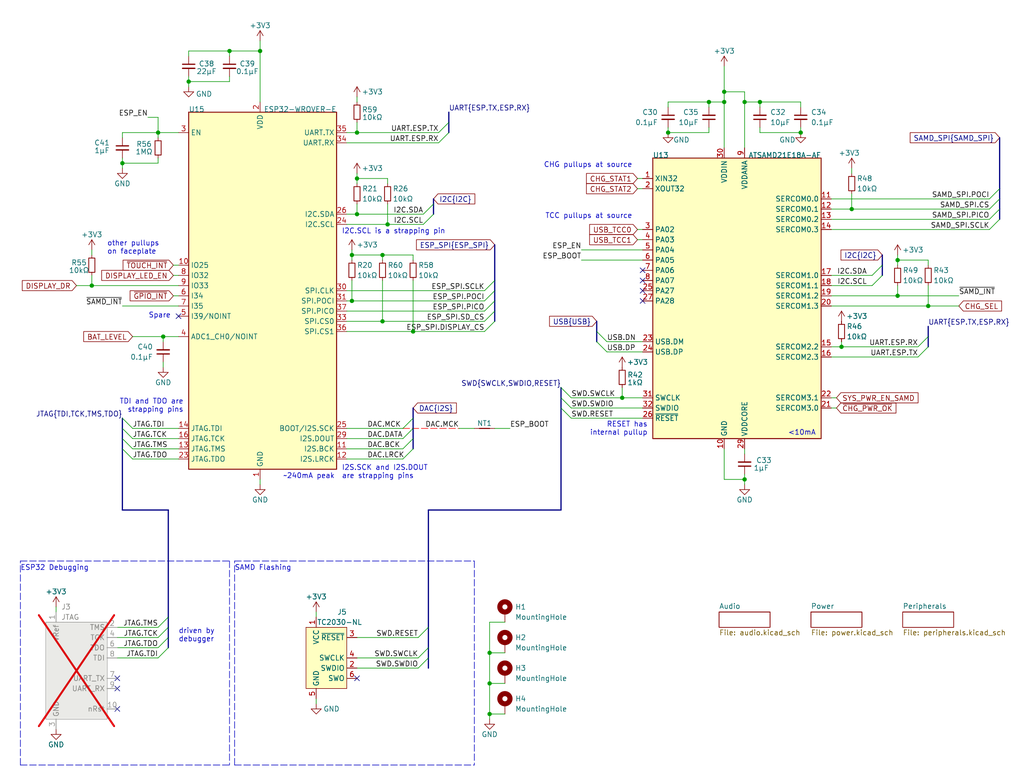
<source format=kicad_sch>
(kicad_sch (version 20230121) (generator eeschema)
  (paper "User" 254.991 194.996)
  (title_block (title "TANGARA") (date "2023-12-21") (rev "4") (company "made by jacqueline") (comment 1 "SPDX-License-Identifier: CERN-OHL-S-2.0"))
  (lib_symbols
    (symbol "Connector:Conn_ARM_SWD_TagConnect_TC2030" (in_bom no)
      (property "Reference" "J" (at 2.54 11.43 0))
      (property "Value" "Conn_ARM_SWD_TagConnect_TC2030" (at 5.08 8.89 0))
      (symbol "Conn_ARM_SWD_TagConnect_TC2030_0_0"
        (pin power_in line (at -2.54 10.16 270) (length 2.54) (name "VCC") (number "1"))
        (pin bidirectional line (at 7.62 -2.54 180) (length 2.54) (name "SWDIO") (number "2"))
        (pin open_collector line (at 7.62 5.08 180) (length 2.54) (name "~{RESET}") (number "3"))
        (pin output line (at 7.62 0 180) (length 2.54) (name "SWCLK") (number "4"))
        (pin power_in line (at -2.54 -10.16 90) (length 2.54) (name "GND") (number "5"))
        (pin input line (at 7.62 -5.08 180) (length 2.54) (name "SWO") (number "6"))
      )
      (symbol "Conn_ARM_SWD_TagConnect_TC2030_0_1"
        (rectangle (start -5.08 7.62) (end 5.08 -7.62) (fill (type background)))
      )
    )
    (symbol "Device:C_Small" (pin_numbers hide) (pin_names (offset 0.254) hide)
      (property "Reference" "C" (at 0.254 1.778 0))
      (property "Value" "C_Small" (at 0.254 -2.032 0))
      (symbol "C_Small_0_1"
        (polyline (pts (xy -1.524 -0.508) (xy 1.524 -0.508)) (stroke (width 0.3302)))
        (polyline (pts (xy -1.524 0.508) (xy 1.524 0.508)) (stroke (width 0.3048)))
      )
      (symbol "C_Small_1_1"
        (pin passive line (at 0 2.54 270) (length 2.032) (name "~") (number "1"))
        (pin passive line (at 0 -2.54 90) (length 2.032) (name "~") (number "2"))
      )
    )
    (symbol "Device:NetTie_2" (pin_numbers hide) (pin_names (offset 0) hide) (in_bom no)
      (property "Reference" "NT" (at 0 1.27 0))
      (property "Value" "NetTie_2" (at 0 -1.27 0))
      (symbol "NetTie_2_0_1"
        (polyline (pts (xy -1.27 0) (xy 1.27 0)) (stroke (width 0.254)))
      )
      (symbol "NetTie_2_1_1"
        (pin passive line (at -2.54 0 0) (length 2.54) (name "1") (number "1"))
        (pin passive line (at 2.54 0 180) (length 2.54) (name "2") (number "2"))
      )
    )
    (symbol "Device:R_Small" (pin_numbers hide) (pin_names (offset 0.254) hide)
      (property "Reference" "R" (at 0.762 0.508 0))
      (property "Value" "R_Small" (at 0.762 -1.016 0))
      (symbol "R_Small_0_1"
        (rectangle (start -0.762 1.778) (end 0.762 -1.778) (stroke (width 0.2032)))
      )
      (symbol "R_Small_1_1"
        (pin passive line (at 0 2.54 270) (length 0.762) (name "~") (number "1"))
        (pin passive line (at 0 -2.54 90) (length 0.762) (name "~") (number "2"))
      )
    )
    (symbol "Mechanical:MountingHole_Pad" (pin_numbers hide) (pin_names (offset 1.016) hide)
      (property "Reference" "H" (at 0 6.35 0))
      (property "Value" "MountingHole_Pad" (at 0 4.445 0))
      (symbol "MountingHole_Pad_0_1"
        (circle (center 0 1.27) (radius 1.27) (stroke (width 1.27)))
      )
      (symbol "MountingHole_Pad_1_1"
        (pin input line (at 0 -2.54 90) (length 2.54) (name "1") (number "1"))
      )
    )
    (symbol "power:+3V3" (power) (pin_names (offset 0))
      (property "Value" "+3V3" (at 0 3.556 0))
      (symbol "+3V3_0_1"
        (polyline (pts (xy -0.762 1.27) (xy 0 2.54)))
        (polyline (pts (xy 0 0) (xy 0 2.54)))
        (polyline (pts (xy 0 2.54) (xy 0.762 1.27)))
      )
      (symbol "+3V3_1_1"
        (pin power_in line (at 0 0 90) (length 0) hide (name "+3V3") (number "1"))
      )
    )
    (symbol "power:GND" (power) (pin_names (offset 0))
      (property "Value" "GND" (at 0 -3.81 0))
      (symbol "GND_0_1"
        (polyline (pts (xy 0 0) (xy 0 -1.27) (xy 1.27 -1.27) (xy 0 -2.54) (xy -1.27 -1.27) (xy 0 -1.27)))
      )
      (symbol "GND_1_1"
        (pin power_in line (at 0 0 270) (length 0) hide (name "GND") (number "1"))
      )
    )
    (symbol "symbols:ATSAMD21E15A-A"
      (property "Reference" "U" (at 0 15.24 0))
      (property "Value" "ATSAMD21E15A-A" (at 0 10.16 0))
      (symbol "ATSAMD21E15A-A_1_1"
        (rectangle (start -20.32 45.72) (end 21.59 -24.13) (stroke (width 0.254)) (fill (type background)))
        (pin bidirectional line (at -22.86 40.64 0) (length 2.54) (name "XIN32") (number "1"))
        (pin power_in line (at -2.54 -26.67 90) (length 2.54) (name "GND") (number "10"))
        (pin bidirectional line (at 24.13 35.56 180) (length 2.54) (name "SERCOM0.0") (number "11"))
        (pin bidirectional line (at 24.13 33.02 180) (length 2.54) (name "SERCOM0.1") (number "12"))
        (pin bidirectional line (at 24.13 30.48 180) (length 2.54) (name "SERCOM0.2") (number "13"))
        (pin bidirectional line (at 24.13 27.94 180) (length 2.54) (name "SERCOM0.3") (number "14"))
        (pin bidirectional line (at 24.13 -1.27 180) (length 2.54) (name "SERCOM2.2") (number "15"))
        (pin bidirectional line (at 24.13 -3.81 180) (length 2.54) (name "SERCOM2.3") (number "16"))
        (pin bidirectional line (at 24.13 16.51 180) (length 2.54) (name "SERCOM1.0") (number "17"))
        (pin bidirectional line (at 24.13 13.97 180) (length 2.54) (name "SERCOM1.1") (number "18"))
        (pin bidirectional line (at 24.13 11.43 180) (length 2.54) (name "SERCOM1.2") (number "19"))
        (pin bidirectional line (at -22.86 38.1 0) (length 2.54) (name "XOUT32") (number "2"))
        (pin bidirectional line (at 24.13 8.89 180) (length 2.54) (name "SERCOM1.3") (number "20"))
        (pin bidirectional line (at 24.13 -16.51 180) (length 2.54) (name "SERCOM3.0") (number "21"))
        (pin bidirectional line (at 24.13 -13.97 180) (length 2.54) (name "SERCOM3.1") (number "22"))
        (pin bidirectional line (at -22.86 0 0) (length 2.54) (name "USB.DM") (number "23"))
        (pin bidirectional line (at -22.86 -2.54 0) (length 2.54) (name "USB.DP") (number "24"))
        (pin bidirectional line (at -22.86 12.7 0) (length 2.54) (name "PA27") (number "25"))
        (pin input line (at -22.86 -19.05 0) (length 2.54) (name "~{RESET}") (number "26"))
        (pin bidirectional line (at -22.86 10.16 0) (length 2.54) (name "PA28") (number "27"))
        (pin power_in line (at -2.54 -26.67 90) (length 2.54) hide (name "GND") (number "28"))
        (pin power_out line (at 2.54 -26.67 90) (length 2.54) (name "VDDCORE") (number "29"))
        (pin bidirectional line (at -22.86 27.94 0) (length 2.54) (name "PA02") (number "3"))
        (pin power_in line (at -2.54 48.26 270) (length 2.54) (name "VDDIN") (number "30"))
        (pin bidirectional line (at -22.86 -13.97 0) (length 2.54) (name "SWCLK") (number "31"))
        (pin bidirectional line (at -22.86 -16.51 0) (length 2.54) (name "SWDIO") (number "32"))
        (pin bidirectional line (at -22.86 25.4 0) (length 2.54) (name "PA03") (number "4"))
        (pin bidirectional line (at -22.86 22.86 0) (length 2.54) (name "PA04") (number "5"))
        (pin bidirectional line (at -22.86 20.32 0) (length 2.54) (name "PA05") (number "6"))
        (pin bidirectional line (at -22.86 17.78 0) (length 2.54) (name "PA06") (number "7"))
        (pin bidirectional line (at -22.86 15.24 0) (length 2.54) (name "PA07") (number "8"))
        (pin power_in line (at 2.54 48.26 270) (length 2.54) (name "VDDANA") (number "9"))
      )
    )
    (symbol "symbols:BMDU"
      (property "Reference" "U" (at -5.08 6.35 0))
      (property "Value" "BMDU" (at -5.08 6.35 0))
      (symbol "BMDU_0_0"
        (pin power_in line (at -5.08 20.32 270) (length 2.54) (name "vRef") (number "1"))
        (pin output line (at 10.16 -3.81 180) (length 2.54) (name "nRst") (number "10"))
        (pin output line (at 10.16 16.51 180) (length 2.54) (name "TMS") (number "2"))
        (pin power_in line (at -5.08 -8.89 90) (length 2.54) (name "GND") (number "3"))
        (pin output line (at 10.16 13.97 180) (length 2.54) (name "TCK") (number "4"))
        (pin power_in line (at -5.08 -8.89 90) (length 2.54) hide (name "GND") (number "5"))
        (pin output line (at 10.16 11.43 180) (length 2.54) (name "TDO") (number "6"))
        (pin output line (at 10.16 3.81 180) (length 2.54) (name "UART_TX") (number "7"))
        (pin input line (at 10.16 8.89 180) (length 2.54) (name "TDI") (number "8"))
        (pin input line (at 10.16 1.27 180) (length 2.54) (name "UART_RX") (number "9"))
      )
      (symbol "BMDU_0_1"
        (rectangle (start -7.62 17.78) (end 7.62 -6.35) (fill (type background)))
      )
    )
    (symbol "symbols:ESP32-WROOM"
      (property "Reference" "U" (at -17.78 34.29 0))
      (property "Value" "ESP32-WROOM" (at -3.81 34.29 0))
      (symbol "ESP32-WROOM_0_1"
        (rectangle (start -17.78 33.02) (end 19.05 -55.88) (stroke (width 0.254)) (fill (type background)))
      )
      (symbol "ESP32-WROOM_1_1"
        (pin power_in line (at 0 -58.42 90) (length 2.54) (name "GND") (number "1"))
        (pin bidirectional line (at -20.32 -5.08 0) (length 2.54) (name "IO25") (number "10"))
        (pin bidirectional line (at 21.59 -50.8 180) (length 2.54) (name "I2S.BCK") (number "11"))
        (pin bidirectional line (at 21.59 -53.34 180) (length 2.54) (name "I2S.LRCK") (number "12"))
        (pin bidirectional line (at -20.32 -50.8 0) (length 2.54) (name "JTAG.TMS") (number "13"))
        (pin bidirectional line (at -20.32 -45.72 0) (length 2.54) (name "JTAG.TDI") (number "14"))
        (pin power_in line (at 0 -58.42 90) (length 2.54) hide (name "GND") (number "15"))
        (pin bidirectional line (at -20.32 -48.26 0) (length 2.54) (name "JTAG.TCK") (number "16"))
        (pin no_connect line (at -17.78 16.51 0) (length 2.54) hide (name "SHD/SD2") (number "17"))
        (pin no_connect line (at -17.78 13.97 0) (length 2.54) hide (name "SWP/SD3") (number "18"))
        (pin no_connect line (at -17.78 8.89 0) (length 2.54) hide (name "SCS/CMD") (number "19"))
        (pin power_in line (at 0 35.56 270) (length 2.54) (name "VDD") (number "2"))
        (pin no_connect line (at -17.78 11.43 0) (length 2.54) hide (name "SCK/CLK") (number "20"))
        (pin no_connect line (at -17.78 21.59 0) (length 2.54) hide (name "SDO/SD0") (number "21"))
        (pin no_connect line (at -17.78 19.05 0) (length 2.54) hide (name "SDI/SD1") (number "22"))
        (pin bidirectional line (at -20.32 -53.34 0) (length 2.54) (name "JTAG.TDO") (number "23"))
        (pin bidirectional line (at 21.59 5.08 180) (length 2.54) (name "I2C.SCL") (number "24"))
        (pin bidirectional line (at 21.59 -45.72 180) (length 2.54) (name "BOOT/I2S.SCK") (number "25"))
        (pin bidirectional line (at 21.59 7.62 180) (length 2.54) (name "I2C.SDA") (number "26"))
        (pin no_connect line (at -17.78 6.35 0) (length 2.54) hide (name "IO16") (number "27"))
        (pin no_connect line (at -17.78 3.81 0) (length 2.54) hide (name "IO17") (number "28"))
        (pin bidirectional line (at 21.59 -48.26 180) (length 2.54) (name "I2S.DOUT") (number "29"))
        (pin input line (at -20.32 27.94 0) (length 2.54) (name "EN") (number "3"))
        (pin bidirectional line (at 21.59 -11.43 180) (length 2.54) (name "SPI.CLK") (number "30"))
        (pin bidirectional line (at 21.59 -13.97 180) (length 2.54) (name "SPI.POCI") (number "31"))
        (pin no_connect line (at -17.78 1.27 0) (length 2.54) hide (name "NC") (number "32"))
        (pin bidirectional line (at 21.59 -19.05 180) (length 2.54) (name "SPI.CS0") (number "33"))
        (pin bidirectional line (at 21.59 25.4 180) (length 2.54) (name "UART.RX") (number "34"))
        (pin bidirectional line (at 21.59 27.94 180) (length 2.54) (name "UART.TX") (number "35"))
        (pin bidirectional line (at 21.59 -21.59 180) (length 2.54) (name "SPI.CS1") (number "36"))
        (pin bidirectional line (at 21.59 -16.51 180) (length 2.54) (name "SPI.PICO") (number "37"))
        (pin power_in line (at 0 -58.42 90) (length 2.54) hide (name "GND") (number "38"))
        (pin power_in line (at 0 -58.42 90) (length 2.54) hide (name "GND") (number "39"))
        (pin input line (at -20.32 -22.86 0) (length 2.54) (name "ADC1_CH0/NOINT") (number "4"))
        (pin input line (at -20.32 -17.78 0) (length 2.54) (name "I39/NOINT") (number "5"))
        (pin input line (at -20.32 -12.7 0) (length 2.54) (name "I34") (number "6"))
        (pin input line (at -20.32 -15.24 0) (length 2.54) (name "I35") (number "7"))
        (pin bidirectional line (at -20.32 -7.62 0) (length 2.54) (name "IO32") (number "8"))
        (pin bidirectional line (at -20.32 -10.16 0) (length 2.54) (name "IO33") (number "9"))
      )
    )
  )
  (bus_alias "ESP_SPI" (members "SCLK" "POCI" "PICO" "SD_CS" "DISPLAY_CS"))
  (bus_alias "I2C" (members "SDA" "SCL"))
  (bus_alias "I2S" (members "MCK" "BCK" "LRCK" "DATA"))
  (bus_alias "SAMD_SPI" (members "SCLK" "POCI" "PICO" "CS"))
  (bus_alias "USB" (members "DN" "DP"))
  (junction (at 96.52 55.88))
  (junction (at 88.9 33.02))
  (junction (at 88.9 44.45))
  (junction (at 223.52 73.66))
  (junction (at 57.15 12.7))
  (junction (at 102.87 82.55))
  (junction (at 180.34 22.86))
  (junction (at 64.77 12.7))
  (junction (at 87.63 74.93))
  (junction (at 22.86 71.12))
  (junction (at 185.42 25.4))
  (junction (at 88.9 53.34))
  (junction (at 199.39 33.02))
  (junction (at 40.64 83.82))
  (junction (at 231.14 76.2))
  (junction (at 154.94 99.06))
  (junction (at 30.48 40.64))
  (junction (at 176.53 25.4))
  (junction (at 95.25 80.01))
  (junction (at 39.37 33.02))
  (junction (at 46.99 20.32))
  (junction (at 121.92 162.56))
  (junction (at 189.23 25.4))
  (junction (at 180.34 25.4))
  (junction (at 212.09 52.07))
  (junction (at 223.52 64.77))
  (junction (at 166.37 33.02))
  (junction (at 209.55 86.36))
  (junction (at 121.92 177.8))
  (junction (at 95.25 63.5))
  (junction (at 121.92 170.18))
  (junction (at 87.63 63.5))
  (junction (at 185.42 119.38))
  (no_connect (at 160.02 69.85))
  (no_connect (at 44.45 78.74))
  (no_connect (at 160.02 67.31))
  (no_connect (at 160.02 74.93))
  (no_connect (at 29.21 176.53))
  (no_connect (at 88.9 168.91))
  (no_connect (at 29.21 168.91))
  (no_connect (at 160.02 72.39))
  (no_connect (at 29.21 171.45))
  (bus_entry (at 102.87 104.14) (size -2.54 2.54))
  (bus_entry (at 139.7 96.52) (size 2.54 2.54))
  (bus_entry (at 139.7 99.06) (size 2.54 2.54))
  (bus_entry (at 139.7 101.6) (size 2.54 2.54))
  (bus_entry (at 30.48 111.76) (size 2.54 2.54))
  (bus_entry (at 30.48 104.14) (size 2.54 2.54))
  (bus_entry (at 30.48 106.68) (size 2.54 2.54))
  (bus_entry (at 30.48 109.22) (size 2.54 2.54))
  (bus_entry (at 246.38 54.61) (size 2.54 -2.54))
  (bus_entry (at 246.38 52.07) (size 2.54 -2.54))
  (bus_entry (at 246.38 49.53) (size 2.54 -2.54))
  (bus_entry (at 104.14 163.83) (size 2.54 -2.54))
  (bus_entry (at 120.65 74.93) (size 2.54 -2.54))
  (bus_entry (at 120.65 72.39) (size 2.54 -2.54))
  (bus_entry (at 120.65 77.47) (size 2.54 -2.54))
  (bus_entry (at 120.65 82.55) (size 2.54 -2.54))
  (bus_entry (at 120.65 80.01) (size 2.54 -2.54))
  (bus_entry (at 109.22 35.56) (size 2.54 -2.54))
  (bus_entry (at 109.22 33.02) (size 2.54 -2.54))
  (bus_entry (at 39.37 158.75) (size 2.54 -2.54))
  (bus_entry (at 39.37 161.29) (size 2.54 -2.54))
  (bus_entry (at 39.37 156.21) (size 2.54 -2.54))
  (bus_entry (at 39.37 163.83) (size 2.54 -2.54))
  (bus_entry (at 104.14 158.75) (size 2.54 -2.54))
  (bus_entry (at 217.17 68.58) (size 2.54 -2.54))
  (bus_entry (at 246.38 57.15) (size 2.54 -2.54))
  (bus_entry (at 100.33 109.22) (size 2.54 -2.54))
  (bus_entry (at 100.33 114.3) (size 2.54 -2.54))
  (bus_entry (at 100.33 111.76) (size 2.54 -2.54))
  (bus_entry (at 217.17 71.12) (size 2.54 -2.54))
  (bus_entry (at 105.41 53.34) (size 2.54 -2.54))
  (bus_entry (at 105.41 55.88) (size 2.54 -2.54))
  (bus_entry (at 228.6 86.36) (size 2.54 -2.54))
  (bus_entry (at 228.6 88.9) (size 2.54 -2.54))
  (bus_entry (at 104.14 166.37) (size 2.54 -2.54))
  (bus_entry (at 148.59 85.09) (size 2.54 2.54))
  (bus_entry (at 148.59 82.55) (size 2.54 2.54))
  (bus (pts (xy 30.48 104.14) (xy 30.48 106.68)))
  (wire (pts (xy 231.14 71.12) (xy 231.14 76.2)))
  (wire (pts (xy 180.34 119.38) (xy 185.42 119.38)))
  (wire (pts (xy 207.01 71.12) (xy 217.17 71.12)))
  (bus (pts (xy 248.92 52.07) (xy 248.92 54.61)))
  (wire (pts (xy 87.63 69.85) (xy 87.63 74.93)))
  (wire (pts (xy 223.52 64.77) (xy 231.14 64.77)))
  (wire (pts (xy 39.37 39.37) (xy 39.37 40.64)))
  (wire (pts (xy 189.23 33.02) (xy 189.23 31.75)))
  (wire (pts (xy 121.92 162.56) (xy 121.92 170.18)))
  (bus (pts (xy 102.87 104.14) (xy 102.87 106.68)))
  (wire (pts (xy 33.02 83.82) (xy 40.64 83.82)))
  (wire (pts (xy 102.87 63.5) (xy 102.87 64.77)))
  (wire (pts (xy 154.94 99.06) (xy 160.02 99.06)))
  (wire (pts (xy 19.05 71.12) (xy 22.86 71.12)))
  (polyline (pts (xy 118.11 139.7) (xy 118.11 190.5)) (stroke (width 0) (type dash)))
  (wire (pts (xy 87.63 74.93) (xy 120.65 74.93)))
  (wire (pts (xy 151.13 87.63) (xy 160.02 87.63)))
  (bus (pts (xy 41.91 153.67) (xy 41.91 156.21)))
  (wire (pts (xy 209.55 85.09) (xy 209.55 86.36)))
  (wire (pts (xy 199.39 25.4) (xy 199.39 26.67)))
  (wire (pts (xy 57.15 12.7) (xy 64.77 12.7)))
  (wire (pts (xy 86.36 72.39) (xy 120.65 72.39)))
  (wire (pts (xy 125.73 154.94) (xy 121.92 154.94)))
  (wire (pts (xy 142.24 99.06) (xy 154.94 99.06)))
  (wire (pts (xy 40.64 85.09) (xy 40.64 83.82)))
  (bus (pts (xy 148.59 80.01) (xy 148.59 82.55)))
  (wire (pts (xy 30.48 40.64) (xy 39.37 40.64)))
  (bus (pts (xy 102.87 106.68) (xy 102.87 109.22)))
  (bus (pts (xy 139.7 96.52) (xy 139.7 99.06)))
  (bus (pts (xy 111.76 30.48) (xy 111.76 33.02)))
  (wire (pts (xy 207.01 76.2) (xy 231.14 76.2)))
  (wire (pts (xy 176.53 25.4) (xy 166.37 25.4)))
  (wire (pts (xy 158.75 57.15) (xy 160.02 57.15)))
  (wire (pts (xy 30.48 39.37) (xy 30.48 40.64)))
  (wire (pts (xy 158.75 46.99) (xy 160.02 46.99)))
  (wire (pts (xy 223.52 64.77) (xy 223.52 66.04)))
  (polyline (pts (xy 58.42 139.7) (xy 118.11 139.7)) (stroke (width 0) (type dash)))
  (wire (pts (xy 36.83 29.21) (xy 39.37 29.21)))
  (wire (pts (xy 114.3 106.68) (xy 118.11 106.68)))
  (wire (pts (xy 207.01 54.61) (xy 246.38 54.61)))
  (wire (pts (xy 151.13 85.09) (xy 160.02 85.09)))
  (wire (pts (xy 64.77 12.7) (xy 64.77 25.4)))
  (wire (pts (xy 180.34 22.86) (xy 180.34 25.4)))
  (wire (pts (xy 231.14 76.2) (xy 238.76 76.2)))
  (wire (pts (xy 95.25 69.85) (xy 95.25 80.01)))
  (wire (pts (xy 158.75 44.45) (xy 160.02 44.45)))
  (wire (pts (xy 212.09 41.91) (xy 212.09 43.18)))
  (wire (pts (xy 121.92 177.8) (xy 121.92 179.07)))
  (wire (pts (xy 185.42 25.4) (xy 185.42 36.83)))
  (wire (pts (xy 33.02 109.22) (xy 44.45 109.22)))
  (wire (pts (xy 207.01 73.66) (xy 223.52 73.66)))
  (bus (pts (xy 219.71 66.04) (xy 219.71 68.58)))
  (wire (pts (xy 207.01 68.58) (xy 217.17 68.58)))
  (wire (pts (xy 88.9 166.37) (xy 104.14 166.37)))
  (wire (pts (xy 207.01 52.07) (xy 212.09 52.07)))
  (wire (pts (xy 123.19 106.68) (xy 127 106.68)))
  (wire (pts (xy 13.97 151.13) (xy 13.97 152.4)))
  (wire (pts (xy 64.77 10.16) (xy 64.77 12.7)))
  (bus (pts (xy 139.7 99.06) (xy 139.7 101.6)))
  (bus (pts (xy 106.68 163.83) (xy 106.68 166.37)))
  (bus (pts (xy 106.68 156.21) (xy 106.68 161.29)))
  (wire (pts (xy 154.94 96.52) (xy 154.94 99.06)))
  (wire (pts (xy 33.02 106.68) (xy 44.45 106.68)))
  (wire (pts (xy 22.86 62.23) (xy 22.86 63.5)))
  (polyline (pts (xy 5.08 190.5) (xy 5.08 139.7)) (stroke (width 0) (type dash)))
  (wire (pts (xy 87.63 63.5) (xy 95.25 63.5)))
  (wire (pts (xy 33.02 111.76) (xy 44.45 111.76)))
  (wire (pts (xy 46.99 21.59) (xy 46.99 20.32)))
  (wire (pts (xy 176.53 25.4) (xy 176.53 26.67)))
  (wire (pts (xy 57.15 19.05) (xy 57.15 20.32)))
  (wire (pts (xy 46.99 12.7) (xy 46.99 13.97)))
  (wire (pts (xy 166.37 25.4) (xy 166.37 26.67)))
  (bus (pts (xy 123.19 77.47) (xy 123.19 74.93)))
  (wire (pts (xy 86.36 114.3) (xy 100.33 114.3)))
  (wire (pts (xy 78.74 152.4) (xy 78.74 153.67)))
  (wire (pts (xy 207.01 86.36) (xy 209.55 86.36)))
  (wire (pts (xy 88.9 50.8) (xy 88.9 53.34)))
  (wire (pts (xy 189.23 33.02) (xy 199.39 33.02)))
  (bus (pts (xy 102.87 109.22) (xy 102.87 111.76)))
  (wire (pts (xy 142.24 101.6) (xy 160.02 101.6)))
  (bus (pts (xy 139.7 101.6) (xy 139.7 127)))
  (wire (pts (xy 144.78 62.23) (xy 160.02 62.23)))
  (wire (pts (xy 29.21 158.75) (xy 39.37 158.75)))
  (bus (pts (xy 30.48 109.22) (xy 30.48 111.76)))
  (wire (pts (xy 46.99 12.7) (xy 57.15 12.7)))
  (wire (pts (xy 33.02 114.3) (xy 44.45 114.3)))
  (wire (pts (xy 88.9 30.48) (xy 88.9 33.02)))
  (wire (pts (xy 102.87 69.85) (xy 102.87 82.55)))
  (wire (pts (xy 86.36 53.34) (xy 88.9 53.34)))
  (wire (pts (xy 185.42 22.86) (xy 185.42 25.4)))
  (wire (pts (xy 86.36 77.47) (xy 120.65 77.47)))
  (bus (pts (xy 148.59 82.55) (xy 148.59 85.09)))
  (polyline (pts (xy 58.42 190.5) (xy 58.42 139.7)) (stroke (width 0) (type dash)))
  (wire (pts (xy 29.21 161.29) (xy 39.37 161.29)))
  (wire (pts (xy 87.63 63.5) (xy 87.63 64.77)))
  (wire (pts (xy 185.42 118.11) (xy 185.42 119.38)))
  (wire (pts (xy 29.21 163.83) (xy 39.37 163.83)))
  (wire (pts (xy 121.92 154.94) (xy 121.92 162.56)))
  (bus (pts (xy 139.7 127) (xy 106.68 127)))
  (wire (pts (xy 88.9 24.13) (xy 88.9 25.4)))
  (polyline (pts (xy 58.42 190.5) (xy 118.11 190.5)) (stroke (width 0) (type dash)))
  (wire (pts (xy 208.28 99.06) (xy 207.01 99.06)))
  (wire (pts (xy 43.18 66.04) (xy 44.45 66.04)))
  (wire (pts (xy 86.36 33.02) (xy 88.9 33.02)))
  (wire (pts (xy 88.9 53.34) (xy 105.41 53.34)))
  (wire (pts (xy 199.39 31.75) (xy 199.39 33.02)))
  (wire (pts (xy 180.34 22.86) (xy 185.42 22.86)))
  (wire (pts (xy 223.52 63.5) (xy 223.52 64.77)))
  (wire (pts (xy 212.09 48.26) (xy 212.09 52.07)))
  (wire (pts (xy 64.77 119.38) (xy 64.77 120.65)))
  (wire (pts (xy 180.34 16.51) (xy 180.34 22.86)))
  (wire (pts (xy 29.21 156.21) (xy 39.37 156.21)))
  (wire (pts (xy 207.01 88.9) (xy 228.6 88.9)))
  (bus (pts (xy 123.19 60.96) (xy 123.19 69.85)))
  (wire (pts (xy 30.48 40.64) (xy 30.48 41.91)))
  (wire (pts (xy 166.37 31.75) (xy 166.37 33.02)))
  (bus (pts (xy 123.19 80.01) (xy 123.19 77.47)))
  (wire (pts (xy 121.92 170.18) (xy 121.92 177.8)))
  (bus (pts (xy 123.19 74.93) (xy 123.19 72.39)))
  (bus (pts (xy 107.95 50.8) (xy 107.95 53.34)))
  (wire (pts (xy 30.48 33.02) (xy 39.37 33.02)))
  (bus (pts (xy 111.76 27.94) (xy 111.76 30.48)))
  (wire (pts (xy 102.87 82.55) (xy 120.65 82.55)))
  (wire (pts (xy 88.9 163.83) (xy 104.14 163.83)))
  (wire (pts (xy 22.86 68.58) (xy 22.86 71.12)))
  (wire (pts (xy 95.25 63.5) (xy 95.25 64.77)))
  (wire (pts (xy 88.9 33.02) (xy 109.22 33.02)))
  (wire (pts (xy 223.52 73.66) (xy 238.76 73.66)))
  (wire (pts (xy 88.9 45.72) (xy 88.9 44.45)))
  (wire (pts (xy 180.34 111.76) (xy 180.34 119.38)))
  (wire (pts (xy 86.36 82.55) (xy 102.87 82.55)))
  (wire (pts (xy 144.78 64.77) (xy 160.02 64.77)))
  (wire (pts (xy 86.36 55.88) (xy 96.52 55.88)))
  (polyline (pts (xy 100.33 106.68) (xy 114.3 106.68)) (stroke (width 0) (type dash) (color 255 6 6 1)))
  (wire (pts (xy 30.48 34.29) (xy 30.48 33.02)))
  (polyline (pts (xy 5.08 139.7) (xy 57.15 139.7)) (stroke (width 0) (type dash)))
  (wire (pts (xy 22.86 71.12) (xy 44.45 71.12)))
  (wire (pts (xy 86.36 106.68) (xy 100.33 106.68)))
  (bus (pts (xy 123.19 72.39) (xy 123.19 69.85)))
  (wire (pts (xy 86.36 109.22) (xy 100.33 109.22)))
  (wire (pts (xy 96.52 50.8) (xy 96.52 55.88)))
  (wire (pts (xy 43.18 68.58) (xy 44.45 68.58)))
  (wire (pts (xy 180.34 25.4) (xy 180.34 36.83)))
  (wire (pts (xy 185.42 25.4) (xy 189.23 25.4)))
  (bus (pts (xy 106.68 127) (xy 106.68 156.21)))
  (wire (pts (xy 207.01 57.15) (xy 246.38 57.15)))
  (bus (pts (xy 231.14 83.82) (xy 231.14 86.36)))
  (bus (pts (xy 41.91 156.21) (xy 41.91 158.75)))
  (wire (pts (xy 121.92 170.18) (xy 125.73 170.18)))
  (wire (pts (xy 212.09 52.07) (xy 246.38 52.07)))
  (wire (pts (xy 207.01 49.53) (xy 246.38 49.53)))
  (wire (pts (xy 88.9 43.18) (xy 88.9 44.45)))
  (wire (pts (xy 189.23 25.4) (xy 199.39 25.4)))
  (wire (pts (xy 231.14 64.77) (xy 231.14 66.04)))
  (wire (pts (xy 121.92 177.8) (xy 125.73 177.8)))
  (wire (pts (xy 88.9 44.45) (xy 96.52 44.45)))
  (wire (pts (xy 78.74 173.99) (xy 78.74 175.26)))
  (wire (pts (xy 40.64 83.82) (xy 44.45 83.82)))
  (bus (pts (xy 107.95 49.53) (xy 107.95 50.8)))
  (wire (pts (xy 46.99 20.32) (xy 57.15 20.32)))
  (bus (pts (xy 248.92 46.99) (xy 248.92 49.53)))
  (wire (pts (xy 176.53 33.02) (xy 176.53 31.75)))
  (bus (pts (xy 30.48 106.68) (xy 30.48 109.22)))
  (wire (pts (xy 57.15 12.7) (xy 57.15 13.97)))
  (bus (pts (xy 102.87 101.6) (xy 102.87 104.14)))
  (wire (pts (xy 39.37 33.02) (xy 44.45 33.02)))
  (bus (pts (xy 248.92 49.53) (xy 248.92 52.07)))
  (bus (pts (xy 30.48 111.76) (xy 30.48 127)))
  (wire (pts (xy 180.34 25.4) (xy 176.53 25.4)))
  (wire (pts (xy 185.42 113.03) (xy 185.42 111.76)))
  (wire (pts (xy 46.99 20.32) (xy 46.99 19.05)))
  (wire (pts (xy 223.52 71.12) (xy 223.52 73.66)))
  (wire (pts (xy 95.25 63.5) (xy 102.87 63.5)))
  (wire (pts (xy 39.37 34.29) (xy 39.37 33.02)))
  (bus (pts (xy 30.48 127) (xy 41.91 127)))
  (wire (pts (xy 185.42 119.38) (xy 185.42 120.65)))
  (wire (pts (xy 86.36 35.56) (xy 109.22 35.56)))
  (wire (pts (xy 88.9 158.75) (xy 104.14 158.75)))
  (wire (pts (xy 189.23 25.4) (xy 189.23 26.67)))
  (bus (pts (xy 219.71 63.5) (xy 219.71 66.04)))
  (wire (pts (xy 96.52 55.88) (xy 105.41 55.88)))
  (wire (pts (xy 95.25 80.01) (xy 120.65 80.01)))
  (wire (pts (xy 86.36 111.76) (xy 100.33 111.76)))
  (polyline (pts (xy 5.08 190.5) (xy 57.15 190.5)) (stroke (width 0) (type dash)))
  (wire (pts (xy 86.36 80.01) (xy 95.25 80.01)))
  (wire (pts (xy 43.18 73.66) (xy 44.45 73.66)))
  (wire (pts (xy 176.53 33.02) (xy 166.37 33.02)))
  (wire (pts (xy 121.92 162.56) (xy 125.73 162.56)))
  (wire (pts (xy 40.64 91.44) (xy 40.64 90.17)))
  (polyline (pts (xy 57.15 139.7) (xy 57.15 190.5)) (stroke (width 0) (type dash)))
  (wire (pts (xy 86.36 74.93) (xy 87.63 74.93)))
  (bus (pts (xy 106.68 161.29) (xy 106.68 163.83)))
  (wire (pts (xy 30.48 76.2) (xy 44.45 76.2)))
  (wire (pts (xy 158.75 59.69) (xy 160.02 59.69)))
  (bus (pts (xy 41.91 127) (xy 41.91 153.67)))
  (bus (pts (xy 248.92 34.29) (xy 248.92 46.99)))
  (wire (pts (xy 209.55 86.36) (xy 228.6 86.36)))
  (wire (pts (xy 87.63 62.23) (xy 87.63 63.5)))
  (wire (pts (xy 142.24 104.14) (xy 160.02 104.14)))
  (wire (pts (xy 208.28 101.6) (xy 207.01 101.6)))
  (bus (pts (xy 41.91 158.75) (xy 41.91 161.29)))
  (wire (pts (xy 39.37 33.02) (xy 39.37 29.21)))
  (wire (pts (xy 96.52 44.45) (xy 96.52 45.72)))
  (bus (pts (xy 231.14 81.28) (xy 231.14 83.82)))
  (text "<10mA" (at 196.215 108.585 0) (effects (font (size 1.27 1.27)) (justify left bottom)))
  (text "TCC pullups at source" (at 157.48 54.61 0) (effects (font (size 1.27 1.27)) (justify right bottom)))
  (text "CHG pullups at source" (at 157.48 41.91 0) (effects (font (size 1.27 1.27)) (justify right bottom)))
  (text "driven by\ndebugger" (at 44.45 160.02 0) (effects (font (size 1.27 1.27)) (justify left bottom)))
  (text "~240mA peak" (at 70.485 119.38 0) (effects (font (size 1.27 1.27)) (justify left bottom)))
  (text "Spare" (at 42.545 79.375 0) (effects (font (size 1.27 1.27)) (justify right bottom)))
  (text "RESET has\ninternal pullup" (at 161.29 108.585 0) (effects (font (size 1.27 1.27)) (justify right bottom)))
  (text "SAMD Flashing" (at 58.42 142.24 0) (effects (font (size 1.27 1.27)) (justify left bottom)))
  (text "I2S.SCK and I2S.DOUT\nare strapping pins" (at 85.09 119.38 0) (effects (font (size 1.27 1.27)) (justify left bottom)))
  (text "ESP32 Debugging" (at 5.08 142.24 0) (effects (font (size 1.27 1.27)) (justify left bottom)))
  (text "other pullups\non faceplate" (at 26.67 63.5 0) (effects (font (size 1.27 1.27)) (justify left bottom)))
  (text "I2C.SCL is a strapping pin" (at 85.09 58.42 0) (effects (font (size 1.27 1.27)) (justify left bottom)))
  (text "TDI and TDO are\nstrapping pins" (at 45.72 102.87 0) (effects (font (size 1.27 1.27)) (justify right bottom)))
  (label "~{SAMD_INT}" (at 238.76 73.66 0))
  (label "UART.ESP.TX" (at 109.22 33.02 180))
  (label "DAC.BCK" (at 91.44 111.76 0))
  (label "JTAG.TCK" (at 39.37 158.75 180))
  (label "UART{ESP.TX,ESP.RX}" (at 231.14 81.28 0))
  (label "ESP_BOOT" (at 144.78 64.77 180))
  (label "ESP_SPI.DISPLAY_CS" (at 120.65 82.55 180))
  (label "SAMD_SPI.SCLK" (at 246.38 57.15 180))
  (label "I2C.SCL" (at 215.9 71.12 180))
  (label "DAC.MCK" (at 91.44 106.68 0))
  (label "I2C.SDA" (at 105.41 53.34 180))
  (label "SWD.SWCLK" (at 142.24 99.06 0))
  (label "ESP_SPI.SCLK" (at 120.65 72.39 180))
  (label "JTAG.TDO" (at 39.37 161.29 180))
  (label "JTAG.TCK" (at 33.02 109.22 0))
  (label "DAC.MCK" (at 114.3 106.68 180))
  (label "SAMD_SPI.PICO" (at 246.38 54.61 180))
  (label "SWD.RESET" (at 142.24 104.14 0))
  (label "SWD{SWCLK,SWDIO,RESET}" (at 139.7 96.52 180))
  (label "SWD.SWDIO" (at 142.24 101.6 0))
  (label "SWD.RESET" (at 104.14 158.75 180))
  (label "JTAG.TDO" (at 33.02 114.3 0))
  (label "I2C.SCL" (at 105.41 55.88 180))
  (label "ESP_SPI.POCI" (at 120.65 74.93 180))
  (label "SAMD_SPI.CS" (at 246.38 52.07 180))
  (label "UART{ESP.TX,ESP.RX}" (at 111.76 27.94 0))
  (label "ESP_EN" (at 144.78 62.23 180))
  (label "~{SAMD_INT}" (at 30.48 76.2 180))
  (label "JTAG{TDI,TCK,TMS,TDO}" (at 30.48 104.14 180))
  (label "ESP_SPI.PICO" (at 120.65 77.47 180))
  (label "DAC.DATA" (at 91.44 109.22 0))
  (label "UART.ESP.RX" (at 109.22 35.56 180))
  (label "JTAG.TDI" (at 39.37 163.83 180))
  (label "UART.ESP.TX" (at 228.6 88.9 180))
  (label "SWD.SWCLK" (at 104.14 163.83 180))
  (label "SWD.SWDIO" (at 104.14 166.37 180))
  (label "UART.ESP.RX" (at 228.6 86.36 180))
  (label "SAMD_SPI.POCI" (at 246.38 49.53 180))
  (label "USB.DN" (at 151.13 85.09 0))
  (label "USB.DP" (at 151.13 87.63 0))
  (label "ESP_EN" (at 36.83 29.21 180))
  (label "JTAG.TDI" (at 33.02 106.68 0))
  (label "JTAG.TMS" (at 39.37 156.21 180))
  (label "I2C.SDA" (at 215.9 68.58 180))
  (label "JTAG.TMS" (at 33.02 111.76 0))
  (label "DAC.LRCK" (at 91.44 114.3 0))
  (label "ESP_SPI.SD_CS" (at 120.65 80.01 180))
  (label "ESP_BOOT" (at 127 106.68 0))
  (global_label "~{GPIO_INT}" (shape input) (at 43.18 73.66 180) (property "Intersheetrefs" "${INTERSHEET_REFS}" (effects hide)))
  (global_label "BAT_LEVEL" (shape input) (at 33.02 83.82 180) (property "Intersheetrefs" "${INTERSHEET_REFS}" (effects hide)))
  (global_label "SAMD_SPI{SAMD_SPI}" (shape input) (at 248.92 34.29 180) (property "Intersheetrefs" "${INTERSHEET_REFS}" (effects hide)))
  (global_label "USB{USB}" (shape input) (at 148.59 80.01 180) (property "Intersheetrefs" "${INTERSHEET_REFS}" (effects hide)))
  (global_label "DISPLAY_LED_EN" (shape input) (at 43.18 68.58 180) (property "Intersheetrefs" "${INTERSHEET_REFS}" (effects hide)))
  (global_label "SYS_PWR_EN_SAMD" (shape input) (at 208.28 99.06 0) (property "Intersheetrefs" "${INTERSHEET_REFS}" (effects hide)))
  (global_label "USB_TCC1" (shape input) (at 158.75 59.69 180) (property "Intersheetrefs" "${INTERSHEET_REFS}" (effects hide)))
  (global_label "I2C{I2C}" (shape input) (at 107.95 49.53 0) (property "Intersheetrefs" "${INTERSHEET_REFS}" (effects hide)))
  (global_label "DISPLAY_DR" (shape input) (at 19.05 71.12 180) (property "Intersheetrefs" "${INTERSHEET_REFS}" (effects hide)))
  (global_label "DAC{I2S}" (shape input) (at 102.87 101.6 0) (property "Intersheetrefs" "${INTERSHEET_REFS}" (effects hide)))
  (global_label "I2C{I2C}" (shape input) (at 219.71 63.5 180) (property "Intersheetrefs" "${INTERSHEET_REFS}" (effects hide)))
  (global_label "~{TOUCH_INT}" (shape input) (at 43.18 66.04 180) (property "Intersheetrefs" "${INTERSHEET_REFS}" (effects hide)))
  (global_label "USB_TCC0" (shape input) (at 158.75 57.15 180) (property "Intersheetrefs" "${INTERSHEET_REFS}" (effects hide)))
  (global_label "ESP_SPI{ESP_SPI}" (shape input) (at 123.19 60.96 180) (property "Intersheetrefs" "${INTERSHEET_REFS}" (effects hide)))
  (global_label "~{CHG_PWR_OK}" (shape input) (at 208.28 101.6 0) (property "Intersheetrefs" "${INTERSHEET_REFS}" (effects hide)))
  (global_label "CHG_STAT1" (shape input) (at 158.75 44.45 180) (property "Intersheetrefs" "${INTERSHEET_REFS}" (effects hide)))
  (global_label "CHG_SEL" (shape input) (at 238.76 76.2 0) (property "Intersheetrefs" "${INTERSHEET_REFS}" (effects hide)))
  (global_label "CHG_STAT2" (shape input) (at 158.75 46.99 180) (property "Intersheetrefs" "${INTERSHEET_REFS}" (effects hide)))
  (symbol (lib_id "Device:R_Small") (at 88.9 48.26 0) (unit 1)
    (property "Reference" "R21" (at 90.17 46.99 0) (effects (justify left)))
    (property "Value" "10kΩ" (at 90.17 49.53 0) (effects (justify left)))
    (property "Footprint" "Resistor_SMD:R_0603_1608Metric" (effects hide))
    (property "MPN" "AC0603JR-0710KL" (effects hide))
  )
  (symbol (lib_id "power:+3V3") (at 13.97 151.13 0) (unit 1)
    (property "Reference" "#PWR0101" (effects hide))
    (property "Value" "+3V3" (at 13.97 147.32 0))
  )
  (symbol (lib_id "Device:R_Small") (at 212.09 45.72 0) (unit 1)
    (property "Reference" "R48" (at 213.36 44.45 0) (effects (justify left)))
    (property "Value" "10kΩ" (at 213.36 46.99 0) (effects (justify left)))
    (property "Footprint" "Resistor_SMD:R_0603_1608Metric" (effects hide))
    (property "MPN" "AC0603JR-0710KL" (effects hide))
  )
  (symbol (lib_id "Mechanical:MountingHole_Pad") (at 125.73 175.26 0) (unit 1) (in_bom no)
    (property "Reference" "H4" (at 128.27 173.9899 0) (effects (justify left)))
    (property "Value" "MountingHole" (at 128.27 176.5299 0) (effects (justify left)))
    (property "Footprint" "footprints:MountingHole_2.2mm_M2_Pad_Via2" (effects hide))
  )
  (symbol (lib_id "power:+3V3") (at 78.74 152.4 0) (unit 1)
    (property "Reference" "#PWR0115" (effects hide))
    (property "Value" "+3V3" (at 78.74 148.59 0))
  )
  (symbol (lib_id "power:GND") (at 121.92 179.07 0) (unit 1)
    (property "Reference" "#PWR054" (effects hide))
    (property "Value" "GND" (at 121.92 182.88 0))
  )
  (symbol (lib_id "symbols:ESP32-WROOM") (at 64.77 60.96 0) (unit 1)
    (property "Reference" "U15" (at 46.99 27.94 0) (effects (justify left bottom)))
    (property "Value" "ESP32-WROVER-E" (at 83.82 27.94 0) (effects (justify right bottom)))
    (property "Footprint" "footprints:ESP32-WROVER" (effects hide))
    (property "Datasheet" "https://www.espressif.com/sites/default/files/documentation/esp32-wroom-32d_esp32-wroom-32u_datasheet_en.pdf" (effects hide))
    (property "MPN" "ESP32-WROVER-E-N16R8" (effects hide))
  )
  (symbol (lib_id "Device:C_Small") (at 46.99 16.51 0) (unit 1)
    (property "Reference" "C38" (at 51.435 15.875 0))
    (property "Value" "22μF" (at 51.435 17.78 0))
    (property "Footprint" "Capacitor_SMD:C_1206_3216Metric" (effects hide))
    (property "MPN" "GRM319R61C226KE15D" (effects hide))
  )
  (symbol (lib_id "power:+3V3") (at 64.77 10.16 0) (unit 1)
    (property "Reference" "#PWR0108" (effects hide))
    (property "Value" "+3V3" (at 64.77 6.35 0))
  )
  (symbol (lib_id "power:GND") (at 185.42 120.65 0) (unit 1)
    (property "Reference" "#PWR0121" (effects hide))
    (property "Value" "GND" (at 185.42 124.46 0))
  )
  (symbol (lib_id "Device:C_Small") (at 30.48 36.83 0) (unit 1)
    (property "Reference" "C41" (at 25.4 35.56 0))
    (property "Value" "1μF" (at 25.4 37.465 0))
    (property "Footprint" "Capacitor_SMD:C_0603_1608Metric" (effects hide))
    (property "MPN" "GRM216R61C105KA88D" (effects hide))
  )
  (symbol (lib_id "Connector:Conn_ARM_SWD_TagConnect_TC2030") (at 81.28 163.83 0) (unit 1) (in_bom no)
    (property "Reference" "J5" (at 86.36 152.4 0) (effects (justify right)))
    (property "Value" "TC2030-NL" (at 90.17 154.94 0) (effects (justify right)))
    (property "Footprint" "Connector:Tag-Connect_TC2030-IDC-NL_2x03_P1.27mm_Vertical" (effects hide))
    (property "Datasheet" "https://www.tag-connect.com/wp-content/uploads/bsk-pdf-manager/TC2030-CTX_1.pdf" (effects hide))
  )
  (symbol (lib_id "power:GND") (at 13.97 181.61 0) (unit 1)
    (property "Reference" "#PWR0102" (effects hide))
    (property "Value" "GND" (at 13.97 185.42 0))
  )
  (symbol (lib_id "power:GND") (at 64.77 120.65 0) (unit 1)
    (property "Reference" "#PWR0109" (effects hide))
    (property "Value" "GND" (at 64.77 124.46 0))
  )
  (symbol (lib_id "power:+3V3") (at 209.55 80.01 0) (unit 1)
    (property "Reference" "#PWR0124" (effects hide))
    (property "Value" "+3V3" (at 213.36 78.74 0))
  )
  (symbol (lib_id "Device:R_Small") (at 87.63 67.31 0) (unit 1)
    (property "Reference" "R20" (at 88.9 66.04 0) (effects (justify left)))
    (property "Value" "10kΩ" (at 88.9 68.58 0) (effects (justify left)))
    (property "Footprint" "Resistor_SMD:R_0603_1608Metric" (effects hide))
    (property "MPN" "AC0603JR-0710KL" (effects hide))
  )
  (symbol (lib_id "Device:C_Small") (at 176.53 29.21 0) (mirror x) (unit 1)
    (property "Reference" "C35" (at 173.99 27.94 0) (effects (justify right)))
    (property "Value" "10μF" (at 173.99 30.48 0) (effects (justify right)))
    (property "Footprint" "Capacitor_SMD:C_0603_1608Metric" (effects hide))
    (property "MPN" "GRM21BR61C106KE15K" (effects hide))
  )
  (symbol (lib_id "Device:C_Small") (at 199.39 29.21 0) (unit 1)
    (property "Reference" "C34" (at 201.93 27.9462 0) (effects (justify left)))
    (property "Value" "0.1μF" (at 201.93 30.4862 0) (effects (justify left)))
    (property "Footprint" "Capacitor_SMD:C_0603_1608Metric" (effects hide))
    (property "MPN" "GCM188R71C104KA37J" (effects hide))
  )
  (symbol (lib_id "power:GND") (at 166.37 33.02 0) (mirror y) (unit 1)
    (property "Reference" "#PWR0119" (effects hide))
    (property "Value" "GND" (at 167.64 35.56 0) (effects (justify right bottom)))
  )
  (symbol (lib_id "power:+3V3") (at 212.09 41.91 0) (mirror y) (unit 1)
    (property "Reference" "#PWR0123" (effects hide))
    (property "Value" "+3V3" (at 211.455 38.1 0))
  )
  (symbol (lib_id "Device:NetTie_2") (at 120.65 106.68 0) (unit 1) (in_bom no)
    (property "Reference" "NT1" (at 120.65 105.41 0))
    (property "Value" "NetTie_2" (effects hide))
    (property "Footprint" "NetTie:NetTie-2_SMD_Pad0.5mm" (effects hide))
  )
  (symbol (lib_id "power:GND") (at 40.64 91.44 0) (unit 1)
    (property "Reference" "#PWR0105" (effects hide))
    (property "Value" "GND" (at 40.64 95.25 0))
  )
  (symbol (lib_id "Device:C_Small") (at 166.37 29.21 0) (mirror y) (unit 1)
    (property "Reference" "C30" (at 163.83 27.9462 0) (effects (justify left)))
    (property "Value" "0.1μF" (at 163.83 30.4862 0) (effects (justify left)))
    (property "Footprint" "Capacitor_SMD:C_0603_1608Metric" (effects hide))
    (property "MPN" "GCM188R71C104KA37J" (effects hide))
  )
  (symbol (lib_id "power:+3V3") (at 223.52 63.5 0) (mirror y) (unit 1)
    (property "Reference" "#PWR0125" (effects hide))
    (property "Value" "+3V3" (at 227.33 62.23 0))
  )
  (symbol (lib_id "power:+3V3") (at 87.63 62.23 0) (unit 1)
    (property "Reference" "#PWR0113" (effects hide))
    (property "Value" "+3V3" (at 91.44 60.96 0))
  )
  (symbol (lib_id "Device:C_Small") (at 57.15 16.51 0) (unit 1)
    (property "Reference" "C39" (at 61.595 15.875 0))
    (property "Value" "0.1μF" (at 61.595 17.78 0))
    (property "Footprint" "Capacitor_SMD:C_0603_1608Metric" (effects hide))
    (property "MPN" "GCM188R71C104KA37J" (effects hide))
  )
  (symbol (lib_id "Device:C_Small") (at 189.23 29.21 180) (unit 1)
    (property "Reference" "C32" (at 191.77 27.94 0) (effects (justify right)))
    (property "Value" "10μF" (at 191.77 30.48 0) (effects (justify right)))
    (property "Footprint" "Capacitor_SMD:C_0603_1608Metric" (effects hide))
    (property "MPN" "GRM21BR61C106KE15K" (effects hide))
  )
  (symbol (lib_id "power:+3V3") (at 88.9 43.18 0) (unit 1)
    (property "Reference" "#PWR0112" (effects hide))
    (property "Value" "+3V3" (at 92.71 41.91 0))
  )
  (symbol (lib_id "Device:R_Small") (at 102.87 67.31 0) (unit 1)
    (property "Reference" "R58" (at 104.14 66.04 0) (effects (justify left)))
    (property "Value" "10kΩ" (at 104.14 68.58 0) (effects (justify left)))
    (property "Footprint" "Resistor_SMD:R_0603_1608Metric" (effects hide))
    (property "MPN" "AC0603JR-0710KL" (effects hide))
  )
  (symbol (lib_id "power:GND") (at 199.39 33.02 0) (unit 1)
    (property "Reference" "#PWR0122" (effects hide))
    (property "Value" "GND" (at 198.12 35.56 0) (effects (justify right bottom)))
  )
  (symbol (lib_id "Device:R_Small") (at 96.52 48.26 0) (unit 1)
    (property "Reference" "R26" (at 97.79 46.99 0) (effects (justify left)))
    (property "Value" "10kΩ" (at 97.79 49.53 0) (effects (justify left)))
    (property "Footprint" "Resistor_SMD:R_0603_1608Metric" (effects hide))
    (property "MPN" "AC0603JR-0710KL" (effects hide))
  )
  (symbol (lib_id "Device:R_Small") (at 95.25 67.31 0) (unit 1)
    (property "Reference" "R60" (at 96.52 66.04 0) (effects (justify left)))
    (property "Value" "10kΩ" (at 96.52 68.58 0) (effects (justify left)))
    (property "Footprint" "Resistor_SMD:R_0603_1608Metric" (effects hide))
    (property "MPN" "AC0603JR-0710KL" (effects hide))
  )
  (symbol (lib_id "Device:R_Small") (at 39.37 36.83 180) (unit 1)
    (property "Reference" "R56" (at 35.8775 35.8775 0))
    (property "Value" "1MΩ" (at 35.8775 37.7825 0))
    (property "Footprint" "Resistor_SMD:R_0603_1608Metric" (effects hide))
    (property "MPN" "AC0603FR-131ML" (effects hide))
  )
  (symbol (lib_id "Mechanical:MountingHole_Pad") (at 125.73 152.4 0) (unit 1) (in_bom no)
    (property "Reference" "H1" (at 128.27 151.1299 0) (effects (justify left)))
    (property "Value" "MountingHole" (at 128.27 153.6699 0) (effects (justify left)))
    (property "Footprint" "footprints:MountingHole_2.2mm_M2_Pad_Via2" (effects hide))
  )
  (symbol (lib_id "Device:R_Small") (at 223.52 68.58 0) (unit 1)
    (property "Reference" "R49" (at 224.79 67.31 0) (effects (justify left)))
    (property "Value" "10kΩ" (at 224.79 69.85 0) (effects (justify left)))
    (property "Footprint" "Resistor_SMD:R_0603_1608Metric" (effects hide))
    (property "MPN" "AC0603JR-0710KL" (effects hide))
  )
  (symbol (lib_id "Device:R_Small") (at 209.55 82.55 0) (unit 1)
    (property "Reference" "R46" (at 210.82 81.28 0) (effects (justify left)))
    (property "Value" "10kΩ" (at 210.82 83.82 0) (effects (justify left)))
    (property "Footprint" "Resistor_SMD:R_0603_1608Metric" (effects hide))
    (property "MPN" "AC0603JR-0710KL" (effects hide))
  )
  (symbol (lib_id "symbols:BMDU") (at 19.05 172.72 0) (unit 1) (in_bom no) (dnp yes)
    (property "Reference" "J3" (at 15.24 151.13 0) (effects (justify left)))
    (property "Value" "JTAG" (at 15.24 153.67 0) (effects (justify left)))
    (property "Footprint" "Connector_PinHeader_1.27mm:PinHeader_2x05_P1.27mm_Vertical_SMD" (effects hide))
    (property "Datasheet" "SAM8796-ND" (effects hide))
    (property "MPN" "FTSH-105-01-F-DV-K" (effects hide))
  )
  (symbol (lib_id "power:GND") (at 46.99 21.59 0) (unit 1)
    (property "Reference" "#PWR0110" (effects hide))
    (property "Value" "GND" (at 50.8 24.13 0) (effects (justify bottom)))
  )
  (symbol (lib_id "Device:C_Small") (at 40.64 87.63 180) (unit 1)
    (property "Reference" "C40" (at 38.1 86.36 0) (effects (justify left)))
    (property "Value" "0.1μF" (at 38.1 88.9 0) (effects (justify left)))
    (property "Footprint" "Capacitor_SMD:C_0603_1608Metric" (effects hide))
    (property "MPN" "GCM188R71C104KA37J" (effects hide))
  )
  (symbol (lib_id "power:GND") (at 30.48 41.91 0) (unit 1)
    (property "Reference" "#PWR0103" (effects hide))
    (property "Value" "GND" (at 30.48 45.72 0))
  )
  (symbol (lib_id "Device:R_Small") (at 231.14 68.58 0) (unit 1)
    (property "Reference" "R43" (at 232.41 67.31 0) (effects (justify left)))
    (property "Value" "10kΩ" (at 232.41 69.85 0) (effects (justify left)))
    (property "Footprint" "Resistor_SMD:R_0603_1608Metric" (effects hide))
    (property "MPN" "AC0603JR-0710KL" (effects hide))
  )
  (symbol (lib_id "Mechanical:MountingHole_Pad") (at 125.73 167.64 0) (unit 1) (in_bom no)
    (property "Reference" "H3" (at 128.27 166.3699 0) (effects (justify left)))
    (property "Value" "MountingHole" (at 128.27 168.9099 0) (effects (justify left)))
    (property "Footprint" "footprints:MountingHole_2.2mm_M2_Pad_Via2" (effects hide))
  )
  (symbol (lib_id "power:+3V3") (at 180.34 16.51 0) (mirror y) (unit 1)
    (property "Reference" "#PWR0120" (effects hide))
    (property "Value" "+3V3" (at 180.34 12.7 0))
  )
  (symbol (lib_id "Device:R_Small") (at 88.9 27.94 0) (unit 1)
    (property "Reference" "R59" (at 92.075 27.305 0))
    (property "Value" "10kΩ" (at 90.17 29.21 0) (effects (justify left)))
    (property "Footprint" "Resistor_SMD:R_0603_1608Metric" (effects hide))
    (property "MPN" "AC0603JR-0710KL" (effects hide))
  )
  (symbol (lib_id "Device:R_Small") (at 154.94 93.98 0) (unit 1)
    (property "Reference" "R42" (at 156.21 93.345 0) (effects (justify left)))
    (property "Value" "1kΩ" (at 156.21 95.25 0) (effects (justify left)))
    (property "Footprint" "Resistor_SMD:R_0603_1608Metric" (effects hide))
    (property "MPN" "ERJ-3RBD1001V" (effects hide))
  )
  (symbol (lib_id "power:+3V3") (at 154.94 91.44 0) (mirror y) (unit 1)
    (property "Reference" "#PWR0118" (effects hide))
    (property "Value" "+3V3" (at 158.75 90.17 0))
  )
  (symbol (lib_id "power:+3V3") (at 22.86 62.23 0) (unit 1)
    (property "Reference" "#PWR03" (effects hide))
    (property "Value" "+3V3" (at 22.86 58.42 0))
  )
  (symbol (lib_id "power:GND") (at 78.74 175.26 0) (unit 1)
    (property "Reference" "#PWR0117" (effects hide))
    (property "Value" "GND" (at 82.55 176.53 0))
  )
  (symbol (lib_id "symbols:ATSAMD21E15A-A") (at 182.88 85.09 0) (unit 1)
    (property "Reference" "U13" (at 162.56 39.37 0) (effects (justify left bottom)))
    (property "Value" "ATSAMD21E18A-AF" (at 204.47 39.37 0) (effects (justify right bottom)))
    (property "Footprint" "Package_QFP:TQFP-32_7x7mm_P0.8mm" (effects hide))
    (property "Datasheet" "http://ww1.microchip.com/downloads/en/DeviceDoc/SAM_D21_DA1_Family_Data%20Sheet_DS40001882E.pdf" (effects hide))
    (property "MPN" "ATSAMD21E18A-AF" (effects hide))
  )
  (symbol (lib_id "Mechanical:MountingHole_Pad") (at 125.73 160.02 0) (unit 1) (in_bom no)
    (property "Reference" "H2" (at 128.27 158.7499 0) (effects (justify left)))
    (property "Value" "MountingHole" (at 128.27 161.2899 0) (effects (justify left)))
    (property "Footprint" "footprints:MountingHole_2.2mm_M2_Pad_Via2" (effects hide))
  )
  (symbol (lib_id "Device:C_Small") (at 185.42 115.57 180) (unit 1)
    (property "Reference" "C33" (at 188.2775 114.6175 0) (effects (justify right)))
    (property "Value" "1μF" (at 187.6425 116.5225 0) (effects (justify right)))
    (property "Footprint" "Capacitor_SMD:C_0603_1608Metric" (effects hide))
    (property "MPN" "GRM216R61C105KA88D" (effects hide))
  )
  (symbol (lib_id "Device:R_Small") (at 22.86 66.04 0) (mirror y) (unit 1)
    (property "Reference" "R55" (at 19.685 65.405 0))
    (property "Value" "10kΩ" (at 19.685 67.31 0))
    (property "Footprint" "Resistor_SMD:R_0603_1608Metric" (effects hide))
    (property "MPN" "AC0603JR-0710KL" (effects hide))
  )
  (symbol (lib_id "power:+3V3") (at 88.9 24.13 0) (unit 1)
    (property "Reference" "#PWR0111" (effects hide))
    (property "Value" "+3V3" (at 92.71 22.86 0))
  )
  (sheet (at 201.93 152.4) (size 12.7 3.81) (stroke (width 0.1524))
    (property "Sheetname" "Power" (at 201.93 151.6884 0) (effects (justify left bottom)))
    (property "Sheetfile" "power.kicad_sch" (at 201.93 156.7946 0) (effects (justify left top)))
  )
  (sheet (at 224.79 152.4) (size 12.7 3.81) (stroke (width 0.1524))
    (property "Sheetname" "Peripherals" (at 224.79 151.6884 0) (effects (justify left bottom)))
    (property "Sheetfile" "peripherals.kicad_sch" (at 224.79 156.7946 0) (effects (justify left top)))
  )
  (sheet (at 179.07 152.4) (size 12.7 3.81) (stroke (width 0.1524))
    (property "Sheetname" "Audio" (at 179.07 151.6884 0) (effects (justify left bottom)))
    (property "Sheetfile" "audio.kicad_sch" (at 179.07 156.7946 0) (effects (justify left top)))
  )
)
</source>
